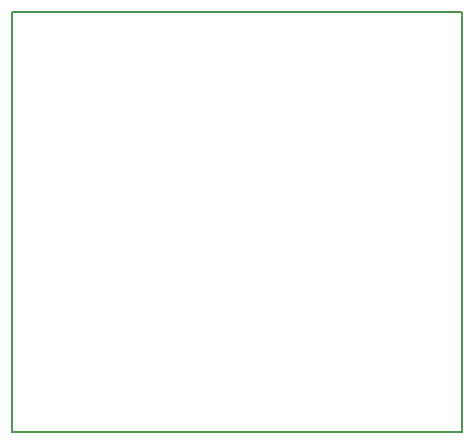
<source format=gm1>
G04 #@! TF.FileFunction,Profile,NP*
%FSLAX46Y46*%
G04 Gerber Fmt 4.6, Leading zero omitted, Abs format (unit mm)*
G04 Created by KiCad (PCBNEW 4.0.3-stable) date Wednesday, October 19, 2016 'PMt' 12:35:23 PM*
%MOMM*%
%LPD*%
G01*
G04 APERTURE LIST*
%ADD10C,0.100000*%
%ADD11C,0.150000*%
G04 APERTURE END LIST*
D10*
D11*
X139700000Y-88900000D02*
X177800000Y-88900000D01*
X177800000Y-124460000D02*
X139700000Y-124460000D01*
X177800000Y-88900000D02*
X177800000Y-124460000D01*
X139700000Y-124460000D02*
X139700000Y-88900000D01*
M02*

</source>
